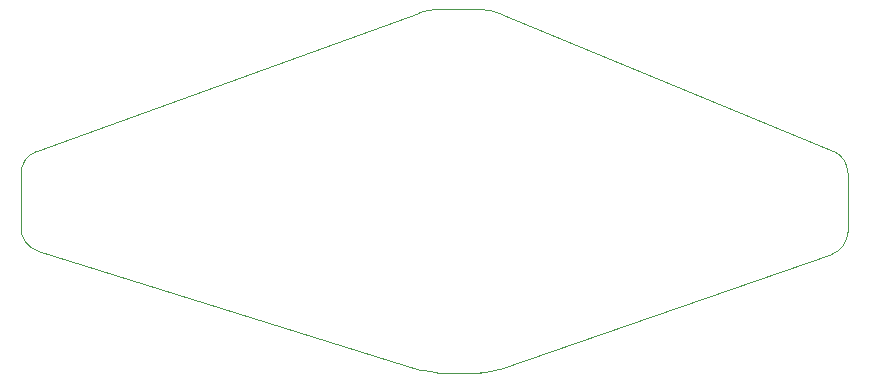
<source format=gko>
G04 Layer: BoardOutlineLayer*
G04 EasyEDA Pro v2.2.27.1, 2024-09-15 10:59:50*
G04 Gerber Generator version 0.3*
G04 Scale: 100 percent, Rotated: No, Reflected: No*
G04 Dimensions in millimeters*
G04 Leading zeros omitted, absolute positions, 3 integers and 5 decimals*
%TF.GenerationSoftware,KiCad,Pcbnew,9.0.1*%
%TF.CreationDate,2025-04-12T19:48:42+08:00*%
%TF.ProjectId,stlink_ex,73746c69-6e6b-45f6-9578-2e6b69636164,rev?*%
%TF.SameCoordinates,Original*%
%TF.FileFunction,Profile,NP*%
%FSLAX46Y46*%
G04 Gerber Fmt 4.6, Leading zero omitted, Abs format (unit mm)*
G04 Created by KiCad (PCBNEW 9.0.1) date 2025-04-12 19:48:42*
%MOMM*%
%LPD*%
G01*
G04 APERTURE LIST*
%TA.AperFunction,Profile*%
%ADD10C,0.050000*%
%TD*%
G04 APERTURE END LIST*
D10*
X168763804Y-111239175D02*
G75*
G02*
X170000018Y-113087581I-763804J-1848425D01*
G01*
X100000000Y-113152591D02*
G75*
G02*
X101318705Y-111272218I2000000J-9D01*
G01*
X170000000Y-118077157D02*
G75*
G02*
X168655821Y-119966546I-1999900J-43D01*
G01*
X170000000Y-118077157D02*
X170000000Y-113087581D01*
X135260943Y-130000000D02*
X138906904Y-130000000D01*
X138757636Y-99250000D02*
X135377875Y-99250000D01*
X140546479Y-129723536D02*
G75*
G02*
X138906904Y-130000001I-1639579J4723536D01*
G01*
X101405026Y-119687798D02*
X133773508Y-129773629D01*
X138757636Y-99250000D02*
G75*
G02*
X140667149Y-99628978I-36J-5000300D01*
G01*
X135260943Y-130000000D02*
G75*
G02*
X133773512Y-129773616I-43J4999400D01*
G01*
X101405026Y-119687798D02*
G75*
G02*
X99999956Y-117778346I594974J1909498D01*
G01*
X100000000Y-113152591D02*
X100000000Y-117778346D01*
X140546479Y-129723536D02*
X168655830Y-119966571D01*
X133674631Y-99549047D02*
G75*
G02*
X135377875Y-99250008I1703169J-4700653D01*
G01*
X168763804Y-111239175D02*
X140667146Y-99628986D01*
X133674631Y-99549047D02*
X101318702Y-111272209D01*
M02*

</source>
